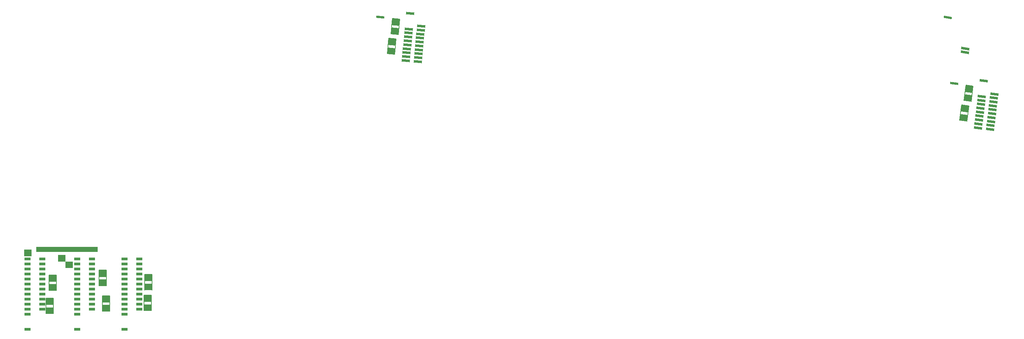
<source format=gbr>
*
G4_C Author: OrCAD GerbTool(tm) 8.1.1 Thu Jun 19 12:26:17 2003*
%LPD*%
%FSLAX34Y34*%
%MOIN*%
%AD*%
%AMD26R98*
20,1,0.027000,0.000000,-0.036000,0.000000,0.036000,98.600000*
%
%AMD26R98N2*
20,1,0.027000,0.000000,-0.036000,0.000000,0.036000,98.600000*
%
%AMD26R86*
20,1,0.027000,0.000000,-0.036000,0.000000,0.036000,86.080000*
%
%AMD17R5*
20,1,0.027000,-0.036000,0.000000,0.036000,0.000000,5.450000*
%
%AMD17R5N2*
20,1,0.027000,-0.036000,0.000000,0.036000,0.000000,5.450000*
%
%AMD29R3*
20,1,0.027000,0.035920,-0.002460,-0.035920,0.002460,3.950000*
%
%AMD29R3N2*
20,1,0.027000,0.035920,-0.002460,-0.035920,0.002460,3.910000*
%
%AMD29R3N3*
20,1,0.027000,0.035920,-0.002460,-0.035920,0.002460,3.920000*
%
%AMD30R88*
20,1,0.024000,0.000000,-0.041000,0.000000,0.041000,88.000000*
%
%AMD26R88*
20,1,0.027000,0.000000,-0.036000,0.000000,0.036000,88.000000*
%
%AMD29R88*
20,1,0.022000,0.000000,-0.040000,0.000000,0.040000,88.000000*
%
%AMD35R359*
20,1,0.024000,0.040980,-0.001430,-0.040980,0.001430,359.000000*
%
%AMD36R359*
20,1,0.027000,0.035980,-0.001260,-0.035980,0.001260,359.000000*
%
%AMD37R359*
20,1,0.022000,0.039980,-0.001400,-0.039980,0.001400,359.000000*
%
%AMD38R359*
20,1,0.024000,0.040950,-0.002140,-0.040950,0.002140,359.000000*
%
%AMD39R359*
20,1,0.027000,0.035950,-0.001890,-0.035950,0.001890,359.000000*
%
%AMD40R359*
20,1,0.022000,0.039950,-0.002100,-0.039950,0.002100,359.000000*
%
%AMD41R359*
20,1,0.024000,0.040910,-0.002850,-0.040910,0.002850,359.000000*
%
%AMD42R359*
20,1,0.027000,0.035910,-0.002520,-0.035910,0.002520,359.000000*
%
%AMD43R359*
20,1,0.022000,0.039910,-0.002800,-0.039910,0.002800,359.000000*
%
%AMD29R80*
20,1,0.022000,0.000000,-0.040000,0.000000,0.040000,80.000000*
%
%AMD30R82*
20,1,0.024000,0.000000,-0.041000,0.000000,0.041000,82.400000*
%
%AMD26R82*
20,1,0.027000,0.000000,-0.036000,0.000000,0.036000,82.400000*
%
%AMD29R82*
20,1,0.022000,0.000000,-0.040000,0.000000,0.040000,82.400000*
%
%AMD30R85*
20,1,0.024000,0.000000,-0.041000,0.000000,0.041000,85.000000*
%
%AMD26R85*
20,1,0.027000,0.000000,-0.036000,0.000000,0.036000,85.000000*
%
%AMD29R85*
20,1,0.022000,0.000000,-0.040000,0.000000,0.040000,85.000000*
%
%AMD29R81*
20,1,0.022000,0.000000,-0.040000,0.000000,0.040000,81.000000*
%
%AMD30R81*
20,1,0.024000,0.000000,-0.041000,0.000000,0.041000,81.000000*
%
%AMD54R359*
20,1,0.022000,0.039510,-0.006260,-0.039510,0.006260,359.000000*
%
%AMD55R359*
20,1,0.024000,0.040500,-0.006410,-0.040500,0.006410,359.000000*
%
%AMD30R81N2*
20,1,0.024000,0.000000,-0.041000,0.000000,0.041000,81.000000*
%
%AMD26R81*
20,1,0.027000,0.000000,-0.036000,0.000000,0.036000,81.000000*
%
%AMD29R81N2*
20,1,0.022000,0.000000,-0.040000,0.000000,0.040000,81.000000*
%
%AMD58R1*
20,1,0.024000,0.040500,-0.006410,-0.040500,0.006410,1.000000*
%
%AMD59R1*
20,1,0.027000,0.035560,-0.005630,-0.035560,0.005630,1.000000*
%
%AMD60R1*
20,1,0.022000,0.039510,-0.006260,-0.039510,0.006260,1.000000*
%
%AMD61R1*
20,1,0.024000,0.040610,-0.005700,-0.040610,0.005700,1.000000*
%
%AMD62R1*
20,1,0.027000,0.035650,-0.005010,-0.035650,0.005010,1.000000*
%
%AMD63R1*
20,1,0.022000,0.039610,-0.005570,-0.039610,0.005570,1.000000*
%
%ADD10R,0.050000X0.050000*%
%ADD11C,0.006000*%
%ADD12C,0.019000*%
%ADD13C,0.007900*%
%ADD14C,0.005000*%
%ADD15C,0.000800*%
%ADD16R,0.070000X0.025000*%
%ADD17R,0.068000X0.023000*%
%ADD18C,0.006000*%
%ADD19C,0.009800*%
%ADD20C,0.010000*%
%ADD21C,0.030000*%
%ADD22C,0.060000*%
%ADD23C,0.035000*%
%ADD24C,0.055000*%
%ADD25C,0.065000*%
%ADD26R,0.027000X0.072000*%
%ADD27D26R98*%
%ADD28R,0.031000X0.060000*%
%ADD29R,0.022000X0.080000*%
%ADD30R,0.024000X0.082000*%
%ADD31D17R5N2*%
%ADD32D29R3*%
%ADD33R,0.072000X0.027000*%
%ADD34R,0.072000X0.027000*%
%ADD35D30R88*%
%ADD36D26R88*%
%ADD37D29R88*%
%ADD38D35R359*%
%ADD39D36R359*%
%ADD40D37R359*%
%ADD41D38R359*%
%ADD42D39R359*%
%ADD43D40R359*%
%ADD44D41R359*%
%ADD45D42R359*%
%ADD46D43R359*%
%ADD47D29R80*%
%ADD48D30R82*%
%ADD49D26R82*%
%ADD50D29R82*%
%ADD51D30R85*%
%ADD52D26R85*%
%ADD53D29R85*%
%ADD54D29R81*%
%ADD55D30R81*%
%ADD56D54R359*%
%ADD57D55R359*%
%ADD58D30R81N2*%
%ADD59D26R81*%
%ADD60D29R81N2*%
%ADD61D58R1*%
%ADD62D59R1*%
%ADD63D60R1*%
%ADD64D61R1*%
%ADD65D62R1*%
%ADD66D63R1*%
%ADD256R,0.060000X0.031000*%
G4_C OrCAD GerbTool Tool List *
G54D10*
G1X1807Y9852D2*
G1X7407Y9852D1*
G54D33*
G1X4112Y8784D3*
G1X4112Y8984D3*
G1X4112Y9168D3*
G1X4827Y8134D3*
G1X4827Y8334D3*
G1X4827Y8518D3*
G1X746Y9322D3*
G1X746Y9522D3*
G1X746Y9706D3*
G54D256*
G1X11797Y8904D3*
G1X11797Y8405D3*
G1X11797Y7904D3*
G1X11797Y5405D3*
G1X11797Y5904D3*
G1X11798Y6404D3*
G1X11798Y6904D3*
G1X11797Y7404D3*
G1X11798Y3903D3*
G1X11797Y4405D3*
G1X11797Y4904D3*
G1X10327Y8906D3*
G1X10327Y8407D3*
G1X10326Y7905D3*
G1X10326Y7406D3*
G1X10326Y6907D3*
G1X10326Y6406D3*
G1X10327Y5906D3*
G1X10327Y5407D3*
G1X10325Y4906D3*
G1X10326Y4407D3*
G1X10326Y3906D3*
G1X10326Y1906D3*
G1X10327Y3406D3*
G54D33*
G1X12633Y3868D3*
G1X12632Y4066D3*
G1X12633Y4250D3*
G1X12634Y4769D3*
G1X12635Y4968D3*
G1X12634Y5151D3*
G1X12998Y5308D2*
G54D18*
G1X12998Y3763D1*
G1X12998Y5309D2*
G1X12261Y5309D1*
G1X12261Y5310D2*
G1X12261Y3763D1*
G54D33*
G1X12710Y5932D3*
G1X12709Y6130D3*
G1X12710Y6314D3*
G1X12711Y6833D3*
G1X12712Y7032D3*
G1X12711Y7215D3*
G1X13074Y7371D2*
G54D18*
G1X13074Y5826D1*
G1X13074Y7372D2*
G1X12337Y7372D1*
G1X12337Y7373D2*
G1X12337Y5826D1*
G54D256*
G1X7107Y5406D3*
G1X7107Y5905D3*
G1X7108Y6405D3*
G1X7108Y6905D3*
G1X7107Y7405D3*
G1X7108Y3904D3*
G1X7107Y4406D3*
G1X7107Y4905D3*
G1X5638Y8906D3*
G1X5638Y8407D3*
G1X5637Y7905D3*
G1X5637Y7406D3*
G1X5637Y6907D3*
G1X5637Y6406D3*
G1X5638Y5906D3*
G1X5638Y5407D3*
G1X5636Y4906D3*
G1X5637Y4407D3*
G1X5637Y3906D3*
G1X5637Y1906D3*
G1X5638Y3406D3*
G1X7107Y7904D3*
G1X7107Y8904D3*
G1X7107Y8405D3*
G54D33*
G1X8501Y3814D3*
G1X8500Y4012D3*
G1X8501Y4196D3*
G1X8502Y4715D3*
G1X8503Y4914D3*
G1X8502Y5097D3*
G1X8865Y5253D2*
G54D18*
G1X8865Y3708D1*
G1X8865Y5254D2*
G1X8129Y5254D1*
G1X8129Y5255D2*
G1X8129Y3708D1*
G54D33*
G1X8170Y6356D3*
G1X8169Y6554D3*
G1X8170Y6738D3*
G1X8171Y7257D3*
G1X8172Y7456D3*
G1X8171Y7639D3*
G1X8535Y7795D2*
G54D18*
G1X8535Y6250D1*
G1X8535Y7796D2*
G1X7798Y7796D1*
G1X7798Y7797D2*
G1X7798Y6250D1*
G54D256*
G1X2178Y8903D3*
G1X2178Y8404D3*
G1X2178Y7903D3*
G1X2178Y5404D3*
G1X2178Y5903D3*
G1X2179Y6403D3*
G1X2179Y6903D3*
G1X2178Y7403D3*
G1X2179Y3902D3*
G1X2178Y4404D3*
G1X2178Y4903D3*
G1X708Y8905D3*
G1X708Y8406D3*
G1X707Y7904D3*
G1X707Y7405D3*
G1X707Y6906D3*
G1X707Y6405D3*
G1X708Y5905D3*
G1X708Y5406D3*
G1X706Y4905D3*
G1X707Y4406D3*
G1X707Y3905D3*
G1X707Y1904D3*
G1X708Y3405D3*
G54D33*
G1X2888Y3579D3*
G1X2887Y3777D3*
G1X2888Y3961D3*
G1X2889Y4480D3*
G1X2890Y4679D3*
G1X2889Y4862D3*
G1X3253Y5018D2*
G54D18*
G1X3253Y3473D1*
G1X3253Y5019D2*
G1X2516Y5019D1*
G1X2516Y5020D2*
G1X2516Y3473D1*
G54D33*
G1X3207Y5883D3*
G1X3206Y6081D3*
G1X3207Y6265D3*
G1X3208Y6784D3*
G1X3209Y6983D3*
G1X3208Y7166D3*
G1X3572Y7322D2*
G54D18*
G1X3572Y5777D1*
G1X3572Y7323D2*
G1X2835Y7323D1*
G1X2835Y7324D2*
G1X2835Y5777D1*
G54D56*
G1X92085Y32960D3*
G54D57*
G1X93783Y29463D3*
G1X93847Y29852D3*
G54D64*
G1X96289Y21811D3*
G1X96337Y22203D3*
G1X96385Y22593D3*
G1X96433Y22983D3*
G1X96481Y23374D3*
G1X96528Y23764D3*
G1X96576Y24155D3*
G1X96624Y24546D3*
G1X96673Y24937D3*
G1X96720Y25327D3*
G1X95097Y21957D3*
G1X95145Y22348D3*
G1X95192Y22738D3*
G1X95240Y23129D3*
G1X95289Y23520D3*
G1X95336Y23910D3*
G1X95384Y24301D3*
G1X95432Y24692D3*
G1X95480Y25084D3*
G1X95672Y26645D3*
G54D65*
G1X93646Y22768D3*
G1X93669Y22965D3*
G1X93692Y23147D3*
G1X93756Y23662D3*
G1X93782Y23859D3*
G1X93803Y24041D3*
G1X94183Y24152D2*
G54D18*
G1X93995Y22618D1*
G1X94183Y24153D2*
G1X93452Y24243D1*
G1X93452Y24244D2*
G1X93264Y22708D1*
G54D65*
G1X94076Y24729D3*
G1X94099Y24926D3*
G1X94122Y25108D3*
G1X94187Y25623D3*
G1X94212Y25821D3*
G1X94233Y26002D3*
G1X94614Y26113D2*
G54D18*
G1X94425Y24579D1*
G1X94614Y26114D2*
G1X93882Y26204D1*
G1X93882Y26205D2*
G1X93694Y24669D1*
G54D66*
G1X92715Y26382D3*
G54D51*
G1X39474Y28547D3*
G1X39508Y28940D3*
G1X39542Y29332D3*
G1X39577Y29723D3*
G1X39611Y30116D3*
G1X39645Y30507D3*
G1X39680Y30900D3*
G1X39714Y31292D3*
G1X39748Y31685D3*
G1X39783Y32076D3*
G1X38277Y28652D3*
G1X38312Y29044D3*
G1X38346Y29436D3*
G1X38380Y29828D3*
G1X38415Y30221D3*
G1X38449Y30612D3*
G1X38483Y31005D3*
G1X38517Y31397D3*
G1X38552Y31790D3*
G1X38689Y33357D3*
G54D52*
G1X36799Y29411D3*
G1X36815Y29609D3*
G1X36832Y29792D3*
G1X36878Y30309D3*
G1X36897Y30507D3*
G1X36912Y30689D3*
G1X37288Y30813D2*
G54D18*
G1X37153Y29274D1*
G1X37288Y30814D2*
G1X36554Y30878D1*
G1X36554Y30879D2*
G1X36419Y29338D1*
G54D52*
G1X37160Y31386D3*
G1X37177Y31584D3*
G1X37194Y31767D3*
G1X37240Y32284D3*
G1X37258Y32482D3*
G1X37273Y32664D3*
G1X37649Y32788D2*
G54D18*
G1X37515Y31249D1*
G1X37650Y32789D2*
G1X36915Y32853D1*
G1X36915Y32854D2*
G1X36781Y31313D1*
G54D53*
G1X35743Y32991D3*
M2*

</source>
